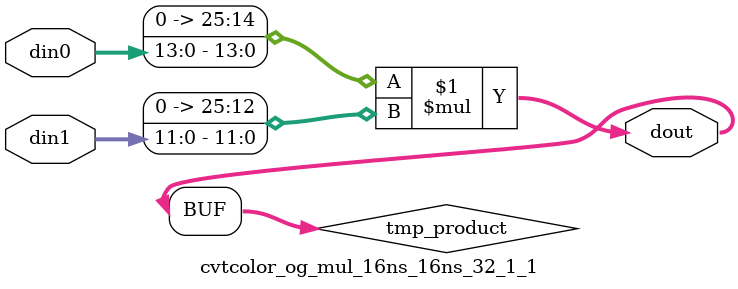
<source format=v>

`timescale 1 ns / 1 ps

  module cvtcolor_og_mul_16ns_16ns_32_1_1(din0, din1, dout);
parameter ID = 1;
parameter NUM_STAGE = 0;
parameter din0_WIDTH = 14;
parameter din1_WIDTH = 12;
parameter dout_WIDTH = 26;

input [din0_WIDTH - 1 : 0] din0; 
input [din1_WIDTH - 1 : 0] din1; 
output [dout_WIDTH - 1 : 0] dout;

wire signed [dout_WIDTH - 1 : 0] tmp_product;










assign tmp_product = $signed({1'b0, din0}) * $signed({1'b0, din1});











assign dout = tmp_product;







endmodule

</source>
